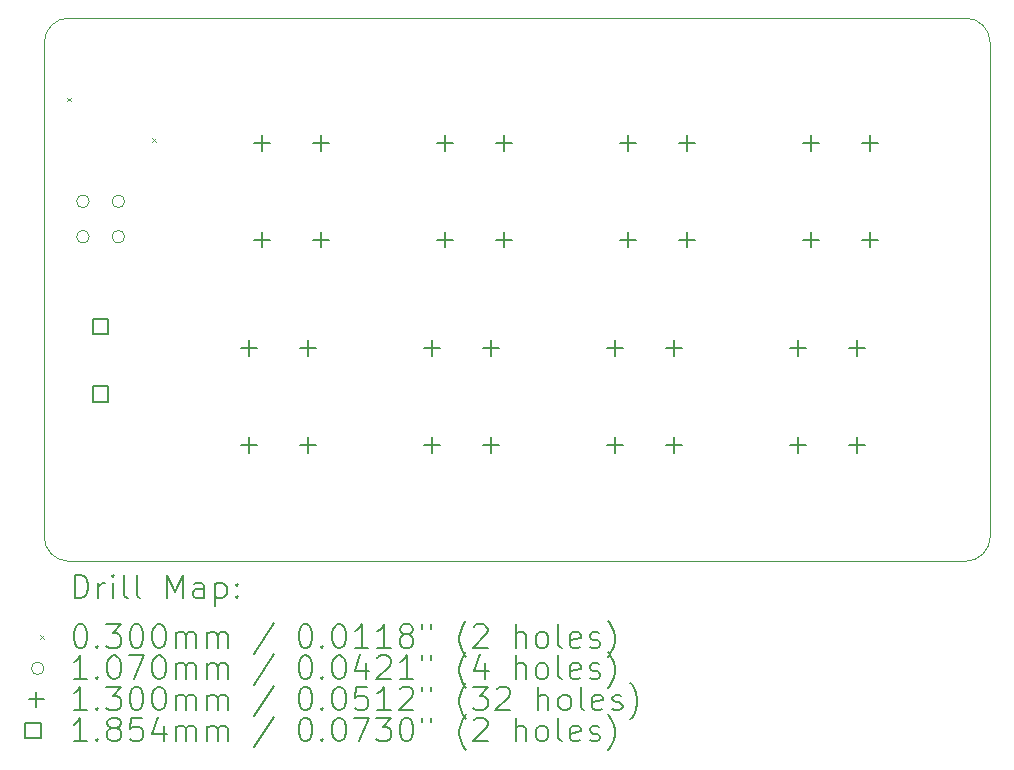
<source format=gbr>
%TF.GenerationSoftware,KiCad,Pcbnew,9.0.3*%
%TF.CreationDate,2025-08-14T10:35:20-07:00*%
%TF.ProjectId,PD Board,50442042-6f61-4726-942e-6b696361645f,rev?*%
%TF.SameCoordinates,Original*%
%TF.FileFunction,Drillmap*%
%TF.FilePolarity,Positive*%
%FSLAX45Y45*%
G04 Gerber Fmt 4.5, Leading zero omitted, Abs format (unit mm)*
G04 Created by KiCad (PCBNEW 9.0.3) date 2025-08-14 10:35:20*
%MOMM*%
%LPD*%
G01*
G04 APERTURE LIST*
%ADD10C,0.038100*%
%ADD11C,0.200000*%
%ADD12C,0.100000*%
%ADD13C,0.107000*%
%ADD14C,0.130000*%
%ADD15C,0.185420*%
G04 APERTURE END LIST*
D10*
X17000000Y-13690000D02*
G75*
G02*
X16790000Y-13900000I-210000J0D01*
G01*
X9200000Y-9300000D02*
X16790000Y-9300000D01*
X16790000Y-9300000D02*
G75*
G02*
X17000000Y-9510000I0J-210000D01*
G01*
X16790000Y-13900000D02*
X9200000Y-13900000D01*
X17000000Y-9510000D02*
X17000000Y-13690000D01*
X8990000Y-9510000D02*
G75*
G02*
X9200000Y-9300000I210000J0D01*
G01*
X8990000Y-13690000D02*
X8990000Y-9510000D01*
X9200000Y-13900000D02*
G75*
G02*
X8990000Y-13690000I0J210000D01*
G01*
D11*
D12*
X9184000Y-9976000D02*
X9214000Y-10006000D01*
X9214000Y-9976000D02*
X9184000Y-10006000D01*
X9907000Y-10319000D02*
X9937000Y-10349000D01*
X9937000Y-10319000D02*
X9907000Y-10349000D01*
D13*
X9371500Y-10852000D02*
G75*
G02*
X9264500Y-10852000I-53500J0D01*
G01*
X9264500Y-10852000D02*
G75*
G02*
X9371500Y-10852000I53500J0D01*
G01*
X9371500Y-11152000D02*
G75*
G02*
X9264500Y-11152000I-53500J0D01*
G01*
X9264500Y-11152000D02*
G75*
G02*
X9371500Y-11152000I53500J0D01*
G01*
X9671500Y-10852000D02*
G75*
G02*
X9564500Y-10852000I-53500J0D01*
G01*
X9564500Y-10852000D02*
G75*
G02*
X9671500Y-10852000I53500J0D01*
G01*
X9671500Y-11152000D02*
G75*
G02*
X9564500Y-11152000I-53500J0D01*
G01*
X9564500Y-11152000D02*
G75*
G02*
X9671500Y-11152000I53500J0D01*
G01*
D14*
X10723000Y-12030000D02*
X10723000Y-12160000D01*
X10658000Y-12095000D02*
X10788000Y-12095000D01*
X10723000Y-12850000D02*
X10723000Y-12980000D01*
X10658000Y-12915000D02*
X10788000Y-12915000D01*
X10833000Y-10293000D02*
X10833000Y-10423000D01*
X10768000Y-10358000D02*
X10898000Y-10358000D01*
X10833000Y-11113000D02*
X10833000Y-11243000D01*
X10768000Y-11178000D02*
X10898000Y-11178000D01*
X11223000Y-12030000D02*
X11223000Y-12160000D01*
X11158000Y-12095000D02*
X11288000Y-12095000D01*
X11223000Y-12850000D02*
X11223000Y-12980000D01*
X11158000Y-12915000D02*
X11288000Y-12915000D01*
X11333000Y-10293000D02*
X11333000Y-10423000D01*
X11268000Y-10358000D02*
X11398000Y-10358000D01*
X11333000Y-11113000D02*
X11333000Y-11243000D01*
X11268000Y-11178000D02*
X11398000Y-11178000D01*
X12273000Y-12030000D02*
X12273000Y-12160000D01*
X12208000Y-12095000D02*
X12338000Y-12095000D01*
X12273000Y-12850000D02*
X12273000Y-12980000D01*
X12208000Y-12915000D02*
X12338000Y-12915000D01*
X12383000Y-10293000D02*
X12383000Y-10423000D01*
X12318000Y-10358000D02*
X12448000Y-10358000D01*
X12383000Y-11113000D02*
X12383000Y-11243000D01*
X12318000Y-11178000D02*
X12448000Y-11178000D01*
X12773000Y-12030000D02*
X12773000Y-12160000D01*
X12708000Y-12095000D02*
X12838000Y-12095000D01*
X12773000Y-12850000D02*
X12773000Y-12980000D01*
X12708000Y-12915000D02*
X12838000Y-12915000D01*
X12883000Y-10293000D02*
X12883000Y-10423000D01*
X12818000Y-10358000D02*
X12948000Y-10358000D01*
X12883000Y-11113000D02*
X12883000Y-11243000D01*
X12818000Y-11178000D02*
X12948000Y-11178000D01*
X13823000Y-12030000D02*
X13823000Y-12160000D01*
X13758000Y-12095000D02*
X13888000Y-12095000D01*
X13823000Y-12850000D02*
X13823000Y-12980000D01*
X13758000Y-12915000D02*
X13888000Y-12915000D01*
X13933000Y-10293000D02*
X13933000Y-10423000D01*
X13868000Y-10358000D02*
X13998000Y-10358000D01*
X13933000Y-11113000D02*
X13933000Y-11243000D01*
X13868000Y-11178000D02*
X13998000Y-11178000D01*
X14323000Y-12030000D02*
X14323000Y-12160000D01*
X14258000Y-12095000D02*
X14388000Y-12095000D01*
X14323000Y-12850000D02*
X14323000Y-12980000D01*
X14258000Y-12915000D02*
X14388000Y-12915000D01*
X14433000Y-10293000D02*
X14433000Y-10423000D01*
X14368000Y-10358000D02*
X14498000Y-10358000D01*
X14433000Y-11113000D02*
X14433000Y-11243000D01*
X14368000Y-11178000D02*
X14498000Y-11178000D01*
X15373000Y-12030000D02*
X15373000Y-12160000D01*
X15308000Y-12095000D02*
X15438000Y-12095000D01*
X15373000Y-12850000D02*
X15373000Y-12980000D01*
X15308000Y-12915000D02*
X15438000Y-12915000D01*
X15483000Y-10293000D02*
X15483000Y-10423000D01*
X15418000Y-10358000D02*
X15548000Y-10358000D01*
X15483000Y-11113000D02*
X15483000Y-11243000D01*
X15418000Y-11178000D02*
X15548000Y-11178000D01*
X15873000Y-12030000D02*
X15873000Y-12160000D01*
X15808000Y-12095000D02*
X15938000Y-12095000D01*
X15873000Y-12850000D02*
X15873000Y-12980000D01*
X15808000Y-12915000D02*
X15938000Y-12915000D01*
X15983000Y-10293000D02*
X15983000Y-10423000D01*
X15918000Y-10358000D02*
X16048000Y-10358000D01*
X15983000Y-11113000D02*
X15983000Y-11243000D01*
X15918000Y-11178000D02*
X16048000Y-11178000D01*
D15*
X9534447Y-11977216D02*
X9534447Y-11846103D01*
X9403334Y-11846103D01*
X9403334Y-11977216D01*
X9534447Y-11977216D01*
X9534447Y-12547217D02*
X9534447Y-12416104D01*
X9403334Y-12416104D01*
X9403334Y-12547217D01*
X9534447Y-12547217D01*
D11*
X9248872Y-14213389D02*
X9248872Y-14013389D01*
X9248872Y-14013389D02*
X9296491Y-14013389D01*
X9296491Y-14013389D02*
X9325062Y-14022913D01*
X9325062Y-14022913D02*
X9344110Y-14041960D01*
X9344110Y-14041960D02*
X9353634Y-14061008D01*
X9353634Y-14061008D02*
X9363158Y-14099103D01*
X9363158Y-14099103D02*
X9363158Y-14127674D01*
X9363158Y-14127674D02*
X9353634Y-14165770D01*
X9353634Y-14165770D02*
X9344110Y-14184817D01*
X9344110Y-14184817D02*
X9325062Y-14203865D01*
X9325062Y-14203865D02*
X9296491Y-14213389D01*
X9296491Y-14213389D02*
X9248872Y-14213389D01*
X9448872Y-14213389D02*
X9448872Y-14080055D01*
X9448872Y-14118151D02*
X9458396Y-14099103D01*
X9458396Y-14099103D02*
X9467919Y-14089579D01*
X9467919Y-14089579D02*
X9486967Y-14080055D01*
X9486967Y-14080055D02*
X9506015Y-14080055D01*
X9572681Y-14213389D02*
X9572681Y-14080055D01*
X9572681Y-14013389D02*
X9563158Y-14022913D01*
X9563158Y-14022913D02*
X9572681Y-14032436D01*
X9572681Y-14032436D02*
X9582205Y-14022913D01*
X9582205Y-14022913D02*
X9572681Y-14013389D01*
X9572681Y-14013389D02*
X9572681Y-14032436D01*
X9696491Y-14213389D02*
X9677443Y-14203865D01*
X9677443Y-14203865D02*
X9667919Y-14184817D01*
X9667919Y-14184817D02*
X9667919Y-14013389D01*
X9801253Y-14213389D02*
X9782205Y-14203865D01*
X9782205Y-14203865D02*
X9772681Y-14184817D01*
X9772681Y-14184817D02*
X9772681Y-14013389D01*
X10029824Y-14213389D02*
X10029824Y-14013389D01*
X10029824Y-14013389D02*
X10096491Y-14156246D01*
X10096491Y-14156246D02*
X10163158Y-14013389D01*
X10163158Y-14013389D02*
X10163158Y-14213389D01*
X10344110Y-14213389D02*
X10344110Y-14108627D01*
X10344110Y-14108627D02*
X10334586Y-14089579D01*
X10334586Y-14089579D02*
X10315539Y-14080055D01*
X10315539Y-14080055D02*
X10277443Y-14080055D01*
X10277443Y-14080055D02*
X10258396Y-14089579D01*
X10344110Y-14203865D02*
X10325062Y-14213389D01*
X10325062Y-14213389D02*
X10277443Y-14213389D01*
X10277443Y-14213389D02*
X10258396Y-14203865D01*
X10258396Y-14203865D02*
X10248872Y-14184817D01*
X10248872Y-14184817D02*
X10248872Y-14165770D01*
X10248872Y-14165770D02*
X10258396Y-14146722D01*
X10258396Y-14146722D02*
X10277443Y-14137198D01*
X10277443Y-14137198D02*
X10325062Y-14137198D01*
X10325062Y-14137198D02*
X10344110Y-14127674D01*
X10439348Y-14080055D02*
X10439348Y-14280055D01*
X10439348Y-14089579D02*
X10458396Y-14080055D01*
X10458396Y-14080055D02*
X10496491Y-14080055D01*
X10496491Y-14080055D02*
X10515539Y-14089579D01*
X10515539Y-14089579D02*
X10525062Y-14099103D01*
X10525062Y-14099103D02*
X10534586Y-14118151D01*
X10534586Y-14118151D02*
X10534586Y-14175293D01*
X10534586Y-14175293D02*
X10525062Y-14194341D01*
X10525062Y-14194341D02*
X10515539Y-14203865D01*
X10515539Y-14203865D02*
X10496491Y-14213389D01*
X10496491Y-14213389D02*
X10458396Y-14213389D01*
X10458396Y-14213389D02*
X10439348Y-14203865D01*
X10620300Y-14194341D02*
X10629824Y-14203865D01*
X10629824Y-14203865D02*
X10620300Y-14213389D01*
X10620300Y-14213389D02*
X10610777Y-14203865D01*
X10610777Y-14203865D02*
X10620300Y-14194341D01*
X10620300Y-14194341D02*
X10620300Y-14213389D01*
X10620300Y-14089579D02*
X10629824Y-14099103D01*
X10629824Y-14099103D02*
X10620300Y-14108627D01*
X10620300Y-14108627D02*
X10610777Y-14099103D01*
X10610777Y-14099103D02*
X10620300Y-14089579D01*
X10620300Y-14089579D02*
X10620300Y-14108627D01*
D12*
X8958095Y-14526905D02*
X8988095Y-14556905D01*
X8988095Y-14526905D02*
X8958095Y-14556905D01*
D11*
X9286967Y-14433389D02*
X9306015Y-14433389D01*
X9306015Y-14433389D02*
X9325062Y-14442913D01*
X9325062Y-14442913D02*
X9334586Y-14452436D01*
X9334586Y-14452436D02*
X9344110Y-14471484D01*
X9344110Y-14471484D02*
X9353634Y-14509579D01*
X9353634Y-14509579D02*
X9353634Y-14557198D01*
X9353634Y-14557198D02*
X9344110Y-14595293D01*
X9344110Y-14595293D02*
X9334586Y-14614341D01*
X9334586Y-14614341D02*
X9325062Y-14623865D01*
X9325062Y-14623865D02*
X9306015Y-14633389D01*
X9306015Y-14633389D02*
X9286967Y-14633389D01*
X9286967Y-14633389D02*
X9267919Y-14623865D01*
X9267919Y-14623865D02*
X9258396Y-14614341D01*
X9258396Y-14614341D02*
X9248872Y-14595293D01*
X9248872Y-14595293D02*
X9239348Y-14557198D01*
X9239348Y-14557198D02*
X9239348Y-14509579D01*
X9239348Y-14509579D02*
X9248872Y-14471484D01*
X9248872Y-14471484D02*
X9258396Y-14452436D01*
X9258396Y-14452436D02*
X9267919Y-14442913D01*
X9267919Y-14442913D02*
X9286967Y-14433389D01*
X9439348Y-14614341D02*
X9448872Y-14623865D01*
X9448872Y-14623865D02*
X9439348Y-14633389D01*
X9439348Y-14633389D02*
X9429824Y-14623865D01*
X9429824Y-14623865D02*
X9439348Y-14614341D01*
X9439348Y-14614341D02*
X9439348Y-14633389D01*
X9515539Y-14433389D02*
X9639348Y-14433389D01*
X9639348Y-14433389D02*
X9572681Y-14509579D01*
X9572681Y-14509579D02*
X9601253Y-14509579D01*
X9601253Y-14509579D02*
X9620300Y-14519103D01*
X9620300Y-14519103D02*
X9629824Y-14528627D01*
X9629824Y-14528627D02*
X9639348Y-14547674D01*
X9639348Y-14547674D02*
X9639348Y-14595293D01*
X9639348Y-14595293D02*
X9629824Y-14614341D01*
X9629824Y-14614341D02*
X9620300Y-14623865D01*
X9620300Y-14623865D02*
X9601253Y-14633389D01*
X9601253Y-14633389D02*
X9544110Y-14633389D01*
X9544110Y-14633389D02*
X9525062Y-14623865D01*
X9525062Y-14623865D02*
X9515539Y-14614341D01*
X9763158Y-14433389D02*
X9782205Y-14433389D01*
X9782205Y-14433389D02*
X9801253Y-14442913D01*
X9801253Y-14442913D02*
X9810777Y-14452436D01*
X9810777Y-14452436D02*
X9820300Y-14471484D01*
X9820300Y-14471484D02*
X9829824Y-14509579D01*
X9829824Y-14509579D02*
X9829824Y-14557198D01*
X9829824Y-14557198D02*
X9820300Y-14595293D01*
X9820300Y-14595293D02*
X9810777Y-14614341D01*
X9810777Y-14614341D02*
X9801253Y-14623865D01*
X9801253Y-14623865D02*
X9782205Y-14633389D01*
X9782205Y-14633389D02*
X9763158Y-14633389D01*
X9763158Y-14633389D02*
X9744110Y-14623865D01*
X9744110Y-14623865D02*
X9734586Y-14614341D01*
X9734586Y-14614341D02*
X9725062Y-14595293D01*
X9725062Y-14595293D02*
X9715539Y-14557198D01*
X9715539Y-14557198D02*
X9715539Y-14509579D01*
X9715539Y-14509579D02*
X9725062Y-14471484D01*
X9725062Y-14471484D02*
X9734586Y-14452436D01*
X9734586Y-14452436D02*
X9744110Y-14442913D01*
X9744110Y-14442913D02*
X9763158Y-14433389D01*
X9953634Y-14433389D02*
X9972681Y-14433389D01*
X9972681Y-14433389D02*
X9991729Y-14442913D01*
X9991729Y-14442913D02*
X10001253Y-14452436D01*
X10001253Y-14452436D02*
X10010777Y-14471484D01*
X10010777Y-14471484D02*
X10020300Y-14509579D01*
X10020300Y-14509579D02*
X10020300Y-14557198D01*
X10020300Y-14557198D02*
X10010777Y-14595293D01*
X10010777Y-14595293D02*
X10001253Y-14614341D01*
X10001253Y-14614341D02*
X9991729Y-14623865D01*
X9991729Y-14623865D02*
X9972681Y-14633389D01*
X9972681Y-14633389D02*
X9953634Y-14633389D01*
X9953634Y-14633389D02*
X9934586Y-14623865D01*
X9934586Y-14623865D02*
X9925062Y-14614341D01*
X9925062Y-14614341D02*
X9915539Y-14595293D01*
X9915539Y-14595293D02*
X9906015Y-14557198D01*
X9906015Y-14557198D02*
X9906015Y-14509579D01*
X9906015Y-14509579D02*
X9915539Y-14471484D01*
X9915539Y-14471484D02*
X9925062Y-14452436D01*
X9925062Y-14452436D02*
X9934586Y-14442913D01*
X9934586Y-14442913D02*
X9953634Y-14433389D01*
X10106015Y-14633389D02*
X10106015Y-14500055D01*
X10106015Y-14519103D02*
X10115539Y-14509579D01*
X10115539Y-14509579D02*
X10134586Y-14500055D01*
X10134586Y-14500055D02*
X10163158Y-14500055D01*
X10163158Y-14500055D02*
X10182205Y-14509579D01*
X10182205Y-14509579D02*
X10191729Y-14528627D01*
X10191729Y-14528627D02*
X10191729Y-14633389D01*
X10191729Y-14528627D02*
X10201253Y-14509579D01*
X10201253Y-14509579D02*
X10220300Y-14500055D01*
X10220300Y-14500055D02*
X10248872Y-14500055D01*
X10248872Y-14500055D02*
X10267920Y-14509579D01*
X10267920Y-14509579D02*
X10277443Y-14528627D01*
X10277443Y-14528627D02*
X10277443Y-14633389D01*
X10372681Y-14633389D02*
X10372681Y-14500055D01*
X10372681Y-14519103D02*
X10382205Y-14509579D01*
X10382205Y-14509579D02*
X10401253Y-14500055D01*
X10401253Y-14500055D02*
X10429824Y-14500055D01*
X10429824Y-14500055D02*
X10448872Y-14509579D01*
X10448872Y-14509579D02*
X10458396Y-14528627D01*
X10458396Y-14528627D02*
X10458396Y-14633389D01*
X10458396Y-14528627D02*
X10467920Y-14509579D01*
X10467920Y-14509579D02*
X10486967Y-14500055D01*
X10486967Y-14500055D02*
X10515539Y-14500055D01*
X10515539Y-14500055D02*
X10534586Y-14509579D01*
X10534586Y-14509579D02*
X10544110Y-14528627D01*
X10544110Y-14528627D02*
X10544110Y-14633389D01*
X10934586Y-14423865D02*
X10763158Y-14681008D01*
X11191729Y-14433389D02*
X11210777Y-14433389D01*
X11210777Y-14433389D02*
X11229824Y-14442913D01*
X11229824Y-14442913D02*
X11239348Y-14452436D01*
X11239348Y-14452436D02*
X11248872Y-14471484D01*
X11248872Y-14471484D02*
X11258396Y-14509579D01*
X11258396Y-14509579D02*
X11258396Y-14557198D01*
X11258396Y-14557198D02*
X11248872Y-14595293D01*
X11248872Y-14595293D02*
X11239348Y-14614341D01*
X11239348Y-14614341D02*
X11229824Y-14623865D01*
X11229824Y-14623865D02*
X11210777Y-14633389D01*
X11210777Y-14633389D02*
X11191729Y-14633389D01*
X11191729Y-14633389D02*
X11172682Y-14623865D01*
X11172682Y-14623865D02*
X11163158Y-14614341D01*
X11163158Y-14614341D02*
X11153634Y-14595293D01*
X11153634Y-14595293D02*
X11144110Y-14557198D01*
X11144110Y-14557198D02*
X11144110Y-14509579D01*
X11144110Y-14509579D02*
X11153634Y-14471484D01*
X11153634Y-14471484D02*
X11163158Y-14452436D01*
X11163158Y-14452436D02*
X11172682Y-14442913D01*
X11172682Y-14442913D02*
X11191729Y-14433389D01*
X11344110Y-14614341D02*
X11353634Y-14623865D01*
X11353634Y-14623865D02*
X11344110Y-14633389D01*
X11344110Y-14633389D02*
X11334586Y-14623865D01*
X11334586Y-14623865D02*
X11344110Y-14614341D01*
X11344110Y-14614341D02*
X11344110Y-14633389D01*
X11477443Y-14433389D02*
X11496491Y-14433389D01*
X11496491Y-14433389D02*
X11515539Y-14442913D01*
X11515539Y-14442913D02*
X11525062Y-14452436D01*
X11525062Y-14452436D02*
X11534586Y-14471484D01*
X11534586Y-14471484D02*
X11544110Y-14509579D01*
X11544110Y-14509579D02*
X11544110Y-14557198D01*
X11544110Y-14557198D02*
X11534586Y-14595293D01*
X11534586Y-14595293D02*
X11525062Y-14614341D01*
X11525062Y-14614341D02*
X11515539Y-14623865D01*
X11515539Y-14623865D02*
X11496491Y-14633389D01*
X11496491Y-14633389D02*
X11477443Y-14633389D01*
X11477443Y-14633389D02*
X11458396Y-14623865D01*
X11458396Y-14623865D02*
X11448872Y-14614341D01*
X11448872Y-14614341D02*
X11439348Y-14595293D01*
X11439348Y-14595293D02*
X11429824Y-14557198D01*
X11429824Y-14557198D02*
X11429824Y-14509579D01*
X11429824Y-14509579D02*
X11439348Y-14471484D01*
X11439348Y-14471484D02*
X11448872Y-14452436D01*
X11448872Y-14452436D02*
X11458396Y-14442913D01*
X11458396Y-14442913D02*
X11477443Y-14433389D01*
X11734586Y-14633389D02*
X11620301Y-14633389D01*
X11677443Y-14633389D02*
X11677443Y-14433389D01*
X11677443Y-14433389D02*
X11658396Y-14461960D01*
X11658396Y-14461960D02*
X11639348Y-14481008D01*
X11639348Y-14481008D02*
X11620301Y-14490532D01*
X11925062Y-14633389D02*
X11810777Y-14633389D01*
X11867920Y-14633389D02*
X11867920Y-14433389D01*
X11867920Y-14433389D02*
X11848872Y-14461960D01*
X11848872Y-14461960D02*
X11829824Y-14481008D01*
X11829824Y-14481008D02*
X11810777Y-14490532D01*
X12039348Y-14519103D02*
X12020301Y-14509579D01*
X12020301Y-14509579D02*
X12010777Y-14500055D01*
X12010777Y-14500055D02*
X12001253Y-14481008D01*
X12001253Y-14481008D02*
X12001253Y-14471484D01*
X12001253Y-14471484D02*
X12010777Y-14452436D01*
X12010777Y-14452436D02*
X12020301Y-14442913D01*
X12020301Y-14442913D02*
X12039348Y-14433389D01*
X12039348Y-14433389D02*
X12077443Y-14433389D01*
X12077443Y-14433389D02*
X12096491Y-14442913D01*
X12096491Y-14442913D02*
X12106015Y-14452436D01*
X12106015Y-14452436D02*
X12115539Y-14471484D01*
X12115539Y-14471484D02*
X12115539Y-14481008D01*
X12115539Y-14481008D02*
X12106015Y-14500055D01*
X12106015Y-14500055D02*
X12096491Y-14509579D01*
X12096491Y-14509579D02*
X12077443Y-14519103D01*
X12077443Y-14519103D02*
X12039348Y-14519103D01*
X12039348Y-14519103D02*
X12020301Y-14528627D01*
X12020301Y-14528627D02*
X12010777Y-14538151D01*
X12010777Y-14538151D02*
X12001253Y-14557198D01*
X12001253Y-14557198D02*
X12001253Y-14595293D01*
X12001253Y-14595293D02*
X12010777Y-14614341D01*
X12010777Y-14614341D02*
X12020301Y-14623865D01*
X12020301Y-14623865D02*
X12039348Y-14633389D01*
X12039348Y-14633389D02*
X12077443Y-14633389D01*
X12077443Y-14633389D02*
X12096491Y-14623865D01*
X12096491Y-14623865D02*
X12106015Y-14614341D01*
X12106015Y-14614341D02*
X12115539Y-14595293D01*
X12115539Y-14595293D02*
X12115539Y-14557198D01*
X12115539Y-14557198D02*
X12106015Y-14538151D01*
X12106015Y-14538151D02*
X12096491Y-14528627D01*
X12096491Y-14528627D02*
X12077443Y-14519103D01*
X12191729Y-14433389D02*
X12191729Y-14471484D01*
X12267920Y-14433389D02*
X12267920Y-14471484D01*
X12563158Y-14709579D02*
X12553634Y-14700055D01*
X12553634Y-14700055D02*
X12534586Y-14671484D01*
X12534586Y-14671484D02*
X12525063Y-14652436D01*
X12525063Y-14652436D02*
X12515539Y-14623865D01*
X12515539Y-14623865D02*
X12506015Y-14576246D01*
X12506015Y-14576246D02*
X12506015Y-14538151D01*
X12506015Y-14538151D02*
X12515539Y-14490532D01*
X12515539Y-14490532D02*
X12525063Y-14461960D01*
X12525063Y-14461960D02*
X12534586Y-14442913D01*
X12534586Y-14442913D02*
X12553634Y-14414341D01*
X12553634Y-14414341D02*
X12563158Y-14404817D01*
X12629824Y-14452436D02*
X12639348Y-14442913D01*
X12639348Y-14442913D02*
X12658396Y-14433389D01*
X12658396Y-14433389D02*
X12706015Y-14433389D01*
X12706015Y-14433389D02*
X12725063Y-14442913D01*
X12725063Y-14442913D02*
X12734586Y-14452436D01*
X12734586Y-14452436D02*
X12744110Y-14471484D01*
X12744110Y-14471484D02*
X12744110Y-14490532D01*
X12744110Y-14490532D02*
X12734586Y-14519103D01*
X12734586Y-14519103D02*
X12620301Y-14633389D01*
X12620301Y-14633389D02*
X12744110Y-14633389D01*
X12982205Y-14633389D02*
X12982205Y-14433389D01*
X13067920Y-14633389D02*
X13067920Y-14528627D01*
X13067920Y-14528627D02*
X13058396Y-14509579D01*
X13058396Y-14509579D02*
X13039348Y-14500055D01*
X13039348Y-14500055D02*
X13010777Y-14500055D01*
X13010777Y-14500055D02*
X12991729Y-14509579D01*
X12991729Y-14509579D02*
X12982205Y-14519103D01*
X13191729Y-14633389D02*
X13172682Y-14623865D01*
X13172682Y-14623865D02*
X13163158Y-14614341D01*
X13163158Y-14614341D02*
X13153634Y-14595293D01*
X13153634Y-14595293D02*
X13153634Y-14538151D01*
X13153634Y-14538151D02*
X13163158Y-14519103D01*
X13163158Y-14519103D02*
X13172682Y-14509579D01*
X13172682Y-14509579D02*
X13191729Y-14500055D01*
X13191729Y-14500055D02*
X13220301Y-14500055D01*
X13220301Y-14500055D02*
X13239348Y-14509579D01*
X13239348Y-14509579D02*
X13248872Y-14519103D01*
X13248872Y-14519103D02*
X13258396Y-14538151D01*
X13258396Y-14538151D02*
X13258396Y-14595293D01*
X13258396Y-14595293D02*
X13248872Y-14614341D01*
X13248872Y-14614341D02*
X13239348Y-14623865D01*
X13239348Y-14623865D02*
X13220301Y-14633389D01*
X13220301Y-14633389D02*
X13191729Y-14633389D01*
X13372682Y-14633389D02*
X13353634Y-14623865D01*
X13353634Y-14623865D02*
X13344110Y-14604817D01*
X13344110Y-14604817D02*
X13344110Y-14433389D01*
X13525063Y-14623865D02*
X13506015Y-14633389D01*
X13506015Y-14633389D02*
X13467920Y-14633389D01*
X13467920Y-14633389D02*
X13448872Y-14623865D01*
X13448872Y-14623865D02*
X13439348Y-14604817D01*
X13439348Y-14604817D02*
X13439348Y-14528627D01*
X13439348Y-14528627D02*
X13448872Y-14509579D01*
X13448872Y-14509579D02*
X13467920Y-14500055D01*
X13467920Y-14500055D02*
X13506015Y-14500055D01*
X13506015Y-14500055D02*
X13525063Y-14509579D01*
X13525063Y-14509579D02*
X13534586Y-14528627D01*
X13534586Y-14528627D02*
X13534586Y-14547674D01*
X13534586Y-14547674D02*
X13439348Y-14566722D01*
X13610777Y-14623865D02*
X13629825Y-14633389D01*
X13629825Y-14633389D02*
X13667920Y-14633389D01*
X13667920Y-14633389D02*
X13686967Y-14623865D01*
X13686967Y-14623865D02*
X13696491Y-14604817D01*
X13696491Y-14604817D02*
X13696491Y-14595293D01*
X13696491Y-14595293D02*
X13686967Y-14576246D01*
X13686967Y-14576246D02*
X13667920Y-14566722D01*
X13667920Y-14566722D02*
X13639348Y-14566722D01*
X13639348Y-14566722D02*
X13620301Y-14557198D01*
X13620301Y-14557198D02*
X13610777Y-14538151D01*
X13610777Y-14538151D02*
X13610777Y-14528627D01*
X13610777Y-14528627D02*
X13620301Y-14509579D01*
X13620301Y-14509579D02*
X13639348Y-14500055D01*
X13639348Y-14500055D02*
X13667920Y-14500055D01*
X13667920Y-14500055D02*
X13686967Y-14509579D01*
X13763158Y-14709579D02*
X13772682Y-14700055D01*
X13772682Y-14700055D02*
X13791729Y-14671484D01*
X13791729Y-14671484D02*
X13801253Y-14652436D01*
X13801253Y-14652436D02*
X13810777Y-14623865D01*
X13810777Y-14623865D02*
X13820301Y-14576246D01*
X13820301Y-14576246D02*
X13820301Y-14538151D01*
X13820301Y-14538151D02*
X13810777Y-14490532D01*
X13810777Y-14490532D02*
X13801253Y-14461960D01*
X13801253Y-14461960D02*
X13791729Y-14442913D01*
X13791729Y-14442913D02*
X13772682Y-14414341D01*
X13772682Y-14414341D02*
X13763158Y-14404817D01*
D13*
X8988095Y-14805905D02*
G75*
G02*
X8881095Y-14805905I-53500J0D01*
G01*
X8881095Y-14805905D02*
G75*
G02*
X8988095Y-14805905I53500J0D01*
G01*
D11*
X9353634Y-14897389D02*
X9239348Y-14897389D01*
X9296491Y-14897389D02*
X9296491Y-14697389D01*
X9296491Y-14697389D02*
X9277443Y-14725960D01*
X9277443Y-14725960D02*
X9258396Y-14745008D01*
X9258396Y-14745008D02*
X9239348Y-14754532D01*
X9439348Y-14878341D02*
X9448872Y-14887865D01*
X9448872Y-14887865D02*
X9439348Y-14897389D01*
X9439348Y-14897389D02*
X9429824Y-14887865D01*
X9429824Y-14887865D02*
X9439348Y-14878341D01*
X9439348Y-14878341D02*
X9439348Y-14897389D01*
X9572681Y-14697389D02*
X9591729Y-14697389D01*
X9591729Y-14697389D02*
X9610777Y-14706913D01*
X9610777Y-14706913D02*
X9620300Y-14716436D01*
X9620300Y-14716436D02*
X9629824Y-14735484D01*
X9629824Y-14735484D02*
X9639348Y-14773579D01*
X9639348Y-14773579D02*
X9639348Y-14821198D01*
X9639348Y-14821198D02*
X9629824Y-14859293D01*
X9629824Y-14859293D02*
X9620300Y-14878341D01*
X9620300Y-14878341D02*
X9610777Y-14887865D01*
X9610777Y-14887865D02*
X9591729Y-14897389D01*
X9591729Y-14897389D02*
X9572681Y-14897389D01*
X9572681Y-14897389D02*
X9553634Y-14887865D01*
X9553634Y-14887865D02*
X9544110Y-14878341D01*
X9544110Y-14878341D02*
X9534586Y-14859293D01*
X9534586Y-14859293D02*
X9525062Y-14821198D01*
X9525062Y-14821198D02*
X9525062Y-14773579D01*
X9525062Y-14773579D02*
X9534586Y-14735484D01*
X9534586Y-14735484D02*
X9544110Y-14716436D01*
X9544110Y-14716436D02*
X9553634Y-14706913D01*
X9553634Y-14706913D02*
X9572681Y-14697389D01*
X9706015Y-14697389D02*
X9839348Y-14697389D01*
X9839348Y-14697389D02*
X9753634Y-14897389D01*
X9953634Y-14697389D02*
X9972681Y-14697389D01*
X9972681Y-14697389D02*
X9991729Y-14706913D01*
X9991729Y-14706913D02*
X10001253Y-14716436D01*
X10001253Y-14716436D02*
X10010777Y-14735484D01*
X10010777Y-14735484D02*
X10020300Y-14773579D01*
X10020300Y-14773579D02*
X10020300Y-14821198D01*
X10020300Y-14821198D02*
X10010777Y-14859293D01*
X10010777Y-14859293D02*
X10001253Y-14878341D01*
X10001253Y-14878341D02*
X9991729Y-14887865D01*
X9991729Y-14887865D02*
X9972681Y-14897389D01*
X9972681Y-14897389D02*
X9953634Y-14897389D01*
X9953634Y-14897389D02*
X9934586Y-14887865D01*
X9934586Y-14887865D02*
X9925062Y-14878341D01*
X9925062Y-14878341D02*
X9915539Y-14859293D01*
X9915539Y-14859293D02*
X9906015Y-14821198D01*
X9906015Y-14821198D02*
X9906015Y-14773579D01*
X9906015Y-14773579D02*
X9915539Y-14735484D01*
X9915539Y-14735484D02*
X9925062Y-14716436D01*
X9925062Y-14716436D02*
X9934586Y-14706913D01*
X9934586Y-14706913D02*
X9953634Y-14697389D01*
X10106015Y-14897389D02*
X10106015Y-14764055D01*
X10106015Y-14783103D02*
X10115539Y-14773579D01*
X10115539Y-14773579D02*
X10134586Y-14764055D01*
X10134586Y-14764055D02*
X10163158Y-14764055D01*
X10163158Y-14764055D02*
X10182205Y-14773579D01*
X10182205Y-14773579D02*
X10191729Y-14792627D01*
X10191729Y-14792627D02*
X10191729Y-14897389D01*
X10191729Y-14792627D02*
X10201253Y-14773579D01*
X10201253Y-14773579D02*
X10220300Y-14764055D01*
X10220300Y-14764055D02*
X10248872Y-14764055D01*
X10248872Y-14764055D02*
X10267920Y-14773579D01*
X10267920Y-14773579D02*
X10277443Y-14792627D01*
X10277443Y-14792627D02*
X10277443Y-14897389D01*
X10372681Y-14897389D02*
X10372681Y-14764055D01*
X10372681Y-14783103D02*
X10382205Y-14773579D01*
X10382205Y-14773579D02*
X10401253Y-14764055D01*
X10401253Y-14764055D02*
X10429824Y-14764055D01*
X10429824Y-14764055D02*
X10448872Y-14773579D01*
X10448872Y-14773579D02*
X10458396Y-14792627D01*
X10458396Y-14792627D02*
X10458396Y-14897389D01*
X10458396Y-14792627D02*
X10467920Y-14773579D01*
X10467920Y-14773579D02*
X10486967Y-14764055D01*
X10486967Y-14764055D02*
X10515539Y-14764055D01*
X10515539Y-14764055D02*
X10534586Y-14773579D01*
X10534586Y-14773579D02*
X10544110Y-14792627D01*
X10544110Y-14792627D02*
X10544110Y-14897389D01*
X10934586Y-14687865D02*
X10763158Y-14945008D01*
X11191729Y-14697389D02*
X11210777Y-14697389D01*
X11210777Y-14697389D02*
X11229824Y-14706913D01*
X11229824Y-14706913D02*
X11239348Y-14716436D01*
X11239348Y-14716436D02*
X11248872Y-14735484D01*
X11248872Y-14735484D02*
X11258396Y-14773579D01*
X11258396Y-14773579D02*
X11258396Y-14821198D01*
X11258396Y-14821198D02*
X11248872Y-14859293D01*
X11248872Y-14859293D02*
X11239348Y-14878341D01*
X11239348Y-14878341D02*
X11229824Y-14887865D01*
X11229824Y-14887865D02*
X11210777Y-14897389D01*
X11210777Y-14897389D02*
X11191729Y-14897389D01*
X11191729Y-14897389D02*
X11172682Y-14887865D01*
X11172682Y-14887865D02*
X11163158Y-14878341D01*
X11163158Y-14878341D02*
X11153634Y-14859293D01*
X11153634Y-14859293D02*
X11144110Y-14821198D01*
X11144110Y-14821198D02*
X11144110Y-14773579D01*
X11144110Y-14773579D02*
X11153634Y-14735484D01*
X11153634Y-14735484D02*
X11163158Y-14716436D01*
X11163158Y-14716436D02*
X11172682Y-14706913D01*
X11172682Y-14706913D02*
X11191729Y-14697389D01*
X11344110Y-14878341D02*
X11353634Y-14887865D01*
X11353634Y-14887865D02*
X11344110Y-14897389D01*
X11344110Y-14897389D02*
X11334586Y-14887865D01*
X11334586Y-14887865D02*
X11344110Y-14878341D01*
X11344110Y-14878341D02*
X11344110Y-14897389D01*
X11477443Y-14697389D02*
X11496491Y-14697389D01*
X11496491Y-14697389D02*
X11515539Y-14706913D01*
X11515539Y-14706913D02*
X11525062Y-14716436D01*
X11525062Y-14716436D02*
X11534586Y-14735484D01*
X11534586Y-14735484D02*
X11544110Y-14773579D01*
X11544110Y-14773579D02*
X11544110Y-14821198D01*
X11544110Y-14821198D02*
X11534586Y-14859293D01*
X11534586Y-14859293D02*
X11525062Y-14878341D01*
X11525062Y-14878341D02*
X11515539Y-14887865D01*
X11515539Y-14887865D02*
X11496491Y-14897389D01*
X11496491Y-14897389D02*
X11477443Y-14897389D01*
X11477443Y-14897389D02*
X11458396Y-14887865D01*
X11458396Y-14887865D02*
X11448872Y-14878341D01*
X11448872Y-14878341D02*
X11439348Y-14859293D01*
X11439348Y-14859293D02*
X11429824Y-14821198D01*
X11429824Y-14821198D02*
X11429824Y-14773579D01*
X11429824Y-14773579D02*
X11439348Y-14735484D01*
X11439348Y-14735484D02*
X11448872Y-14716436D01*
X11448872Y-14716436D02*
X11458396Y-14706913D01*
X11458396Y-14706913D02*
X11477443Y-14697389D01*
X11715539Y-14764055D02*
X11715539Y-14897389D01*
X11667920Y-14687865D02*
X11620301Y-14830722D01*
X11620301Y-14830722D02*
X11744110Y-14830722D01*
X11810777Y-14716436D02*
X11820301Y-14706913D01*
X11820301Y-14706913D02*
X11839348Y-14697389D01*
X11839348Y-14697389D02*
X11886967Y-14697389D01*
X11886967Y-14697389D02*
X11906015Y-14706913D01*
X11906015Y-14706913D02*
X11915539Y-14716436D01*
X11915539Y-14716436D02*
X11925062Y-14735484D01*
X11925062Y-14735484D02*
X11925062Y-14754532D01*
X11925062Y-14754532D02*
X11915539Y-14783103D01*
X11915539Y-14783103D02*
X11801253Y-14897389D01*
X11801253Y-14897389D02*
X11925062Y-14897389D01*
X12115539Y-14897389D02*
X12001253Y-14897389D01*
X12058396Y-14897389D02*
X12058396Y-14697389D01*
X12058396Y-14697389D02*
X12039348Y-14725960D01*
X12039348Y-14725960D02*
X12020301Y-14745008D01*
X12020301Y-14745008D02*
X12001253Y-14754532D01*
X12191729Y-14697389D02*
X12191729Y-14735484D01*
X12267920Y-14697389D02*
X12267920Y-14735484D01*
X12563158Y-14973579D02*
X12553634Y-14964055D01*
X12553634Y-14964055D02*
X12534586Y-14935484D01*
X12534586Y-14935484D02*
X12525063Y-14916436D01*
X12525063Y-14916436D02*
X12515539Y-14887865D01*
X12515539Y-14887865D02*
X12506015Y-14840246D01*
X12506015Y-14840246D02*
X12506015Y-14802151D01*
X12506015Y-14802151D02*
X12515539Y-14754532D01*
X12515539Y-14754532D02*
X12525063Y-14725960D01*
X12525063Y-14725960D02*
X12534586Y-14706913D01*
X12534586Y-14706913D02*
X12553634Y-14678341D01*
X12553634Y-14678341D02*
X12563158Y-14668817D01*
X12725063Y-14764055D02*
X12725063Y-14897389D01*
X12677443Y-14687865D02*
X12629824Y-14830722D01*
X12629824Y-14830722D02*
X12753634Y-14830722D01*
X12982205Y-14897389D02*
X12982205Y-14697389D01*
X13067920Y-14897389D02*
X13067920Y-14792627D01*
X13067920Y-14792627D02*
X13058396Y-14773579D01*
X13058396Y-14773579D02*
X13039348Y-14764055D01*
X13039348Y-14764055D02*
X13010777Y-14764055D01*
X13010777Y-14764055D02*
X12991729Y-14773579D01*
X12991729Y-14773579D02*
X12982205Y-14783103D01*
X13191729Y-14897389D02*
X13172682Y-14887865D01*
X13172682Y-14887865D02*
X13163158Y-14878341D01*
X13163158Y-14878341D02*
X13153634Y-14859293D01*
X13153634Y-14859293D02*
X13153634Y-14802151D01*
X13153634Y-14802151D02*
X13163158Y-14783103D01*
X13163158Y-14783103D02*
X13172682Y-14773579D01*
X13172682Y-14773579D02*
X13191729Y-14764055D01*
X13191729Y-14764055D02*
X13220301Y-14764055D01*
X13220301Y-14764055D02*
X13239348Y-14773579D01*
X13239348Y-14773579D02*
X13248872Y-14783103D01*
X13248872Y-14783103D02*
X13258396Y-14802151D01*
X13258396Y-14802151D02*
X13258396Y-14859293D01*
X13258396Y-14859293D02*
X13248872Y-14878341D01*
X13248872Y-14878341D02*
X13239348Y-14887865D01*
X13239348Y-14887865D02*
X13220301Y-14897389D01*
X13220301Y-14897389D02*
X13191729Y-14897389D01*
X13372682Y-14897389D02*
X13353634Y-14887865D01*
X13353634Y-14887865D02*
X13344110Y-14868817D01*
X13344110Y-14868817D02*
X13344110Y-14697389D01*
X13525063Y-14887865D02*
X13506015Y-14897389D01*
X13506015Y-14897389D02*
X13467920Y-14897389D01*
X13467920Y-14897389D02*
X13448872Y-14887865D01*
X13448872Y-14887865D02*
X13439348Y-14868817D01*
X13439348Y-14868817D02*
X13439348Y-14792627D01*
X13439348Y-14792627D02*
X13448872Y-14773579D01*
X13448872Y-14773579D02*
X13467920Y-14764055D01*
X13467920Y-14764055D02*
X13506015Y-14764055D01*
X13506015Y-14764055D02*
X13525063Y-14773579D01*
X13525063Y-14773579D02*
X13534586Y-14792627D01*
X13534586Y-14792627D02*
X13534586Y-14811674D01*
X13534586Y-14811674D02*
X13439348Y-14830722D01*
X13610777Y-14887865D02*
X13629825Y-14897389D01*
X13629825Y-14897389D02*
X13667920Y-14897389D01*
X13667920Y-14897389D02*
X13686967Y-14887865D01*
X13686967Y-14887865D02*
X13696491Y-14868817D01*
X13696491Y-14868817D02*
X13696491Y-14859293D01*
X13696491Y-14859293D02*
X13686967Y-14840246D01*
X13686967Y-14840246D02*
X13667920Y-14830722D01*
X13667920Y-14830722D02*
X13639348Y-14830722D01*
X13639348Y-14830722D02*
X13620301Y-14821198D01*
X13620301Y-14821198D02*
X13610777Y-14802151D01*
X13610777Y-14802151D02*
X13610777Y-14792627D01*
X13610777Y-14792627D02*
X13620301Y-14773579D01*
X13620301Y-14773579D02*
X13639348Y-14764055D01*
X13639348Y-14764055D02*
X13667920Y-14764055D01*
X13667920Y-14764055D02*
X13686967Y-14773579D01*
X13763158Y-14973579D02*
X13772682Y-14964055D01*
X13772682Y-14964055D02*
X13791729Y-14935484D01*
X13791729Y-14935484D02*
X13801253Y-14916436D01*
X13801253Y-14916436D02*
X13810777Y-14887865D01*
X13810777Y-14887865D02*
X13820301Y-14840246D01*
X13820301Y-14840246D02*
X13820301Y-14802151D01*
X13820301Y-14802151D02*
X13810777Y-14754532D01*
X13810777Y-14754532D02*
X13801253Y-14725960D01*
X13801253Y-14725960D02*
X13791729Y-14706913D01*
X13791729Y-14706913D02*
X13772682Y-14678341D01*
X13772682Y-14678341D02*
X13763158Y-14668817D01*
D14*
X8923095Y-15004905D02*
X8923095Y-15134905D01*
X8858095Y-15069905D02*
X8988095Y-15069905D01*
D11*
X9353634Y-15161389D02*
X9239348Y-15161389D01*
X9296491Y-15161389D02*
X9296491Y-14961389D01*
X9296491Y-14961389D02*
X9277443Y-14989960D01*
X9277443Y-14989960D02*
X9258396Y-15009008D01*
X9258396Y-15009008D02*
X9239348Y-15018532D01*
X9439348Y-15142341D02*
X9448872Y-15151865D01*
X9448872Y-15151865D02*
X9439348Y-15161389D01*
X9439348Y-15161389D02*
X9429824Y-15151865D01*
X9429824Y-15151865D02*
X9439348Y-15142341D01*
X9439348Y-15142341D02*
X9439348Y-15161389D01*
X9515539Y-14961389D02*
X9639348Y-14961389D01*
X9639348Y-14961389D02*
X9572681Y-15037579D01*
X9572681Y-15037579D02*
X9601253Y-15037579D01*
X9601253Y-15037579D02*
X9620300Y-15047103D01*
X9620300Y-15047103D02*
X9629824Y-15056627D01*
X9629824Y-15056627D02*
X9639348Y-15075674D01*
X9639348Y-15075674D02*
X9639348Y-15123293D01*
X9639348Y-15123293D02*
X9629824Y-15142341D01*
X9629824Y-15142341D02*
X9620300Y-15151865D01*
X9620300Y-15151865D02*
X9601253Y-15161389D01*
X9601253Y-15161389D02*
X9544110Y-15161389D01*
X9544110Y-15161389D02*
X9525062Y-15151865D01*
X9525062Y-15151865D02*
X9515539Y-15142341D01*
X9763158Y-14961389D02*
X9782205Y-14961389D01*
X9782205Y-14961389D02*
X9801253Y-14970913D01*
X9801253Y-14970913D02*
X9810777Y-14980436D01*
X9810777Y-14980436D02*
X9820300Y-14999484D01*
X9820300Y-14999484D02*
X9829824Y-15037579D01*
X9829824Y-15037579D02*
X9829824Y-15085198D01*
X9829824Y-15085198D02*
X9820300Y-15123293D01*
X9820300Y-15123293D02*
X9810777Y-15142341D01*
X9810777Y-15142341D02*
X9801253Y-15151865D01*
X9801253Y-15151865D02*
X9782205Y-15161389D01*
X9782205Y-15161389D02*
X9763158Y-15161389D01*
X9763158Y-15161389D02*
X9744110Y-15151865D01*
X9744110Y-15151865D02*
X9734586Y-15142341D01*
X9734586Y-15142341D02*
X9725062Y-15123293D01*
X9725062Y-15123293D02*
X9715539Y-15085198D01*
X9715539Y-15085198D02*
X9715539Y-15037579D01*
X9715539Y-15037579D02*
X9725062Y-14999484D01*
X9725062Y-14999484D02*
X9734586Y-14980436D01*
X9734586Y-14980436D02*
X9744110Y-14970913D01*
X9744110Y-14970913D02*
X9763158Y-14961389D01*
X9953634Y-14961389D02*
X9972681Y-14961389D01*
X9972681Y-14961389D02*
X9991729Y-14970913D01*
X9991729Y-14970913D02*
X10001253Y-14980436D01*
X10001253Y-14980436D02*
X10010777Y-14999484D01*
X10010777Y-14999484D02*
X10020300Y-15037579D01*
X10020300Y-15037579D02*
X10020300Y-15085198D01*
X10020300Y-15085198D02*
X10010777Y-15123293D01*
X10010777Y-15123293D02*
X10001253Y-15142341D01*
X10001253Y-15142341D02*
X9991729Y-15151865D01*
X9991729Y-15151865D02*
X9972681Y-15161389D01*
X9972681Y-15161389D02*
X9953634Y-15161389D01*
X9953634Y-15161389D02*
X9934586Y-15151865D01*
X9934586Y-15151865D02*
X9925062Y-15142341D01*
X9925062Y-15142341D02*
X9915539Y-15123293D01*
X9915539Y-15123293D02*
X9906015Y-15085198D01*
X9906015Y-15085198D02*
X9906015Y-15037579D01*
X9906015Y-15037579D02*
X9915539Y-14999484D01*
X9915539Y-14999484D02*
X9925062Y-14980436D01*
X9925062Y-14980436D02*
X9934586Y-14970913D01*
X9934586Y-14970913D02*
X9953634Y-14961389D01*
X10106015Y-15161389D02*
X10106015Y-15028055D01*
X10106015Y-15047103D02*
X10115539Y-15037579D01*
X10115539Y-15037579D02*
X10134586Y-15028055D01*
X10134586Y-15028055D02*
X10163158Y-15028055D01*
X10163158Y-15028055D02*
X10182205Y-15037579D01*
X10182205Y-15037579D02*
X10191729Y-15056627D01*
X10191729Y-15056627D02*
X10191729Y-15161389D01*
X10191729Y-15056627D02*
X10201253Y-15037579D01*
X10201253Y-15037579D02*
X10220300Y-15028055D01*
X10220300Y-15028055D02*
X10248872Y-15028055D01*
X10248872Y-15028055D02*
X10267920Y-15037579D01*
X10267920Y-15037579D02*
X10277443Y-15056627D01*
X10277443Y-15056627D02*
X10277443Y-15161389D01*
X10372681Y-15161389D02*
X10372681Y-15028055D01*
X10372681Y-15047103D02*
X10382205Y-15037579D01*
X10382205Y-15037579D02*
X10401253Y-15028055D01*
X10401253Y-15028055D02*
X10429824Y-15028055D01*
X10429824Y-15028055D02*
X10448872Y-15037579D01*
X10448872Y-15037579D02*
X10458396Y-15056627D01*
X10458396Y-15056627D02*
X10458396Y-15161389D01*
X10458396Y-15056627D02*
X10467920Y-15037579D01*
X10467920Y-15037579D02*
X10486967Y-15028055D01*
X10486967Y-15028055D02*
X10515539Y-15028055D01*
X10515539Y-15028055D02*
X10534586Y-15037579D01*
X10534586Y-15037579D02*
X10544110Y-15056627D01*
X10544110Y-15056627D02*
X10544110Y-15161389D01*
X10934586Y-14951865D02*
X10763158Y-15209008D01*
X11191729Y-14961389D02*
X11210777Y-14961389D01*
X11210777Y-14961389D02*
X11229824Y-14970913D01*
X11229824Y-14970913D02*
X11239348Y-14980436D01*
X11239348Y-14980436D02*
X11248872Y-14999484D01*
X11248872Y-14999484D02*
X11258396Y-15037579D01*
X11258396Y-15037579D02*
X11258396Y-15085198D01*
X11258396Y-15085198D02*
X11248872Y-15123293D01*
X11248872Y-15123293D02*
X11239348Y-15142341D01*
X11239348Y-15142341D02*
X11229824Y-15151865D01*
X11229824Y-15151865D02*
X11210777Y-15161389D01*
X11210777Y-15161389D02*
X11191729Y-15161389D01*
X11191729Y-15161389D02*
X11172682Y-15151865D01*
X11172682Y-15151865D02*
X11163158Y-15142341D01*
X11163158Y-15142341D02*
X11153634Y-15123293D01*
X11153634Y-15123293D02*
X11144110Y-15085198D01*
X11144110Y-15085198D02*
X11144110Y-15037579D01*
X11144110Y-15037579D02*
X11153634Y-14999484D01*
X11153634Y-14999484D02*
X11163158Y-14980436D01*
X11163158Y-14980436D02*
X11172682Y-14970913D01*
X11172682Y-14970913D02*
X11191729Y-14961389D01*
X11344110Y-15142341D02*
X11353634Y-15151865D01*
X11353634Y-15151865D02*
X11344110Y-15161389D01*
X11344110Y-15161389D02*
X11334586Y-15151865D01*
X11334586Y-15151865D02*
X11344110Y-15142341D01*
X11344110Y-15142341D02*
X11344110Y-15161389D01*
X11477443Y-14961389D02*
X11496491Y-14961389D01*
X11496491Y-14961389D02*
X11515539Y-14970913D01*
X11515539Y-14970913D02*
X11525062Y-14980436D01*
X11525062Y-14980436D02*
X11534586Y-14999484D01*
X11534586Y-14999484D02*
X11544110Y-15037579D01*
X11544110Y-15037579D02*
X11544110Y-15085198D01*
X11544110Y-15085198D02*
X11534586Y-15123293D01*
X11534586Y-15123293D02*
X11525062Y-15142341D01*
X11525062Y-15142341D02*
X11515539Y-15151865D01*
X11515539Y-15151865D02*
X11496491Y-15161389D01*
X11496491Y-15161389D02*
X11477443Y-15161389D01*
X11477443Y-15161389D02*
X11458396Y-15151865D01*
X11458396Y-15151865D02*
X11448872Y-15142341D01*
X11448872Y-15142341D02*
X11439348Y-15123293D01*
X11439348Y-15123293D02*
X11429824Y-15085198D01*
X11429824Y-15085198D02*
X11429824Y-15037579D01*
X11429824Y-15037579D02*
X11439348Y-14999484D01*
X11439348Y-14999484D02*
X11448872Y-14980436D01*
X11448872Y-14980436D02*
X11458396Y-14970913D01*
X11458396Y-14970913D02*
X11477443Y-14961389D01*
X11725062Y-14961389D02*
X11629824Y-14961389D01*
X11629824Y-14961389D02*
X11620301Y-15056627D01*
X11620301Y-15056627D02*
X11629824Y-15047103D01*
X11629824Y-15047103D02*
X11648872Y-15037579D01*
X11648872Y-15037579D02*
X11696491Y-15037579D01*
X11696491Y-15037579D02*
X11715539Y-15047103D01*
X11715539Y-15047103D02*
X11725062Y-15056627D01*
X11725062Y-15056627D02*
X11734586Y-15075674D01*
X11734586Y-15075674D02*
X11734586Y-15123293D01*
X11734586Y-15123293D02*
X11725062Y-15142341D01*
X11725062Y-15142341D02*
X11715539Y-15151865D01*
X11715539Y-15151865D02*
X11696491Y-15161389D01*
X11696491Y-15161389D02*
X11648872Y-15161389D01*
X11648872Y-15161389D02*
X11629824Y-15151865D01*
X11629824Y-15151865D02*
X11620301Y-15142341D01*
X11925062Y-15161389D02*
X11810777Y-15161389D01*
X11867920Y-15161389D02*
X11867920Y-14961389D01*
X11867920Y-14961389D02*
X11848872Y-14989960D01*
X11848872Y-14989960D02*
X11829824Y-15009008D01*
X11829824Y-15009008D02*
X11810777Y-15018532D01*
X12001253Y-14980436D02*
X12010777Y-14970913D01*
X12010777Y-14970913D02*
X12029824Y-14961389D01*
X12029824Y-14961389D02*
X12077443Y-14961389D01*
X12077443Y-14961389D02*
X12096491Y-14970913D01*
X12096491Y-14970913D02*
X12106015Y-14980436D01*
X12106015Y-14980436D02*
X12115539Y-14999484D01*
X12115539Y-14999484D02*
X12115539Y-15018532D01*
X12115539Y-15018532D02*
X12106015Y-15047103D01*
X12106015Y-15047103D02*
X11991729Y-15161389D01*
X11991729Y-15161389D02*
X12115539Y-15161389D01*
X12191729Y-14961389D02*
X12191729Y-14999484D01*
X12267920Y-14961389D02*
X12267920Y-14999484D01*
X12563158Y-15237579D02*
X12553634Y-15228055D01*
X12553634Y-15228055D02*
X12534586Y-15199484D01*
X12534586Y-15199484D02*
X12525063Y-15180436D01*
X12525063Y-15180436D02*
X12515539Y-15151865D01*
X12515539Y-15151865D02*
X12506015Y-15104246D01*
X12506015Y-15104246D02*
X12506015Y-15066151D01*
X12506015Y-15066151D02*
X12515539Y-15018532D01*
X12515539Y-15018532D02*
X12525063Y-14989960D01*
X12525063Y-14989960D02*
X12534586Y-14970913D01*
X12534586Y-14970913D02*
X12553634Y-14942341D01*
X12553634Y-14942341D02*
X12563158Y-14932817D01*
X12620301Y-14961389D02*
X12744110Y-14961389D01*
X12744110Y-14961389D02*
X12677443Y-15037579D01*
X12677443Y-15037579D02*
X12706015Y-15037579D01*
X12706015Y-15037579D02*
X12725063Y-15047103D01*
X12725063Y-15047103D02*
X12734586Y-15056627D01*
X12734586Y-15056627D02*
X12744110Y-15075674D01*
X12744110Y-15075674D02*
X12744110Y-15123293D01*
X12744110Y-15123293D02*
X12734586Y-15142341D01*
X12734586Y-15142341D02*
X12725063Y-15151865D01*
X12725063Y-15151865D02*
X12706015Y-15161389D01*
X12706015Y-15161389D02*
X12648872Y-15161389D01*
X12648872Y-15161389D02*
X12629824Y-15151865D01*
X12629824Y-15151865D02*
X12620301Y-15142341D01*
X12820301Y-14980436D02*
X12829824Y-14970913D01*
X12829824Y-14970913D02*
X12848872Y-14961389D01*
X12848872Y-14961389D02*
X12896491Y-14961389D01*
X12896491Y-14961389D02*
X12915539Y-14970913D01*
X12915539Y-14970913D02*
X12925063Y-14980436D01*
X12925063Y-14980436D02*
X12934586Y-14999484D01*
X12934586Y-14999484D02*
X12934586Y-15018532D01*
X12934586Y-15018532D02*
X12925063Y-15047103D01*
X12925063Y-15047103D02*
X12810777Y-15161389D01*
X12810777Y-15161389D02*
X12934586Y-15161389D01*
X13172682Y-15161389D02*
X13172682Y-14961389D01*
X13258396Y-15161389D02*
X13258396Y-15056627D01*
X13258396Y-15056627D02*
X13248872Y-15037579D01*
X13248872Y-15037579D02*
X13229825Y-15028055D01*
X13229825Y-15028055D02*
X13201253Y-15028055D01*
X13201253Y-15028055D02*
X13182205Y-15037579D01*
X13182205Y-15037579D02*
X13172682Y-15047103D01*
X13382205Y-15161389D02*
X13363158Y-15151865D01*
X13363158Y-15151865D02*
X13353634Y-15142341D01*
X13353634Y-15142341D02*
X13344110Y-15123293D01*
X13344110Y-15123293D02*
X13344110Y-15066151D01*
X13344110Y-15066151D02*
X13353634Y-15047103D01*
X13353634Y-15047103D02*
X13363158Y-15037579D01*
X13363158Y-15037579D02*
X13382205Y-15028055D01*
X13382205Y-15028055D02*
X13410777Y-15028055D01*
X13410777Y-15028055D02*
X13429825Y-15037579D01*
X13429825Y-15037579D02*
X13439348Y-15047103D01*
X13439348Y-15047103D02*
X13448872Y-15066151D01*
X13448872Y-15066151D02*
X13448872Y-15123293D01*
X13448872Y-15123293D02*
X13439348Y-15142341D01*
X13439348Y-15142341D02*
X13429825Y-15151865D01*
X13429825Y-15151865D02*
X13410777Y-15161389D01*
X13410777Y-15161389D02*
X13382205Y-15161389D01*
X13563158Y-15161389D02*
X13544110Y-15151865D01*
X13544110Y-15151865D02*
X13534586Y-15132817D01*
X13534586Y-15132817D02*
X13534586Y-14961389D01*
X13715539Y-15151865D02*
X13696491Y-15161389D01*
X13696491Y-15161389D02*
X13658396Y-15161389D01*
X13658396Y-15161389D02*
X13639348Y-15151865D01*
X13639348Y-15151865D02*
X13629825Y-15132817D01*
X13629825Y-15132817D02*
X13629825Y-15056627D01*
X13629825Y-15056627D02*
X13639348Y-15037579D01*
X13639348Y-15037579D02*
X13658396Y-15028055D01*
X13658396Y-15028055D02*
X13696491Y-15028055D01*
X13696491Y-15028055D02*
X13715539Y-15037579D01*
X13715539Y-15037579D02*
X13725063Y-15056627D01*
X13725063Y-15056627D02*
X13725063Y-15075674D01*
X13725063Y-15075674D02*
X13629825Y-15094722D01*
X13801253Y-15151865D02*
X13820301Y-15161389D01*
X13820301Y-15161389D02*
X13858396Y-15161389D01*
X13858396Y-15161389D02*
X13877444Y-15151865D01*
X13877444Y-15151865D02*
X13886967Y-15132817D01*
X13886967Y-15132817D02*
X13886967Y-15123293D01*
X13886967Y-15123293D02*
X13877444Y-15104246D01*
X13877444Y-15104246D02*
X13858396Y-15094722D01*
X13858396Y-15094722D02*
X13829825Y-15094722D01*
X13829825Y-15094722D02*
X13810777Y-15085198D01*
X13810777Y-15085198D02*
X13801253Y-15066151D01*
X13801253Y-15066151D02*
X13801253Y-15056627D01*
X13801253Y-15056627D02*
X13810777Y-15037579D01*
X13810777Y-15037579D02*
X13829825Y-15028055D01*
X13829825Y-15028055D02*
X13858396Y-15028055D01*
X13858396Y-15028055D02*
X13877444Y-15037579D01*
X13953634Y-15237579D02*
X13963158Y-15228055D01*
X13963158Y-15228055D02*
X13982206Y-15199484D01*
X13982206Y-15199484D02*
X13991729Y-15180436D01*
X13991729Y-15180436D02*
X14001253Y-15151865D01*
X14001253Y-15151865D02*
X14010777Y-15104246D01*
X14010777Y-15104246D02*
X14010777Y-15066151D01*
X14010777Y-15066151D02*
X14001253Y-15018532D01*
X14001253Y-15018532D02*
X13991729Y-14989960D01*
X13991729Y-14989960D02*
X13982206Y-14970913D01*
X13982206Y-14970913D02*
X13963158Y-14942341D01*
X13963158Y-14942341D02*
X13953634Y-14932817D01*
D15*
X8960942Y-15399461D02*
X8960942Y-15268348D01*
X8829829Y-15268348D01*
X8829829Y-15399461D01*
X8960942Y-15399461D01*
D11*
X9353634Y-15425389D02*
X9239348Y-15425389D01*
X9296491Y-15425389D02*
X9296491Y-15225389D01*
X9296491Y-15225389D02*
X9277443Y-15253960D01*
X9277443Y-15253960D02*
X9258396Y-15273008D01*
X9258396Y-15273008D02*
X9239348Y-15282532D01*
X9439348Y-15406341D02*
X9448872Y-15415865D01*
X9448872Y-15415865D02*
X9439348Y-15425389D01*
X9439348Y-15425389D02*
X9429824Y-15415865D01*
X9429824Y-15415865D02*
X9439348Y-15406341D01*
X9439348Y-15406341D02*
X9439348Y-15425389D01*
X9563158Y-15311103D02*
X9544110Y-15301579D01*
X9544110Y-15301579D02*
X9534586Y-15292055D01*
X9534586Y-15292055D02*
X9525062Y-15273008D01*
X9525062Y-15273008D02*
X9525062Y-15263484D01*
X9525062Y-15263484D02*
X9534586Y-15244436D01*
X9534586Y-15244436D02*
X9544110Y-15234913D01*
X9544110Y-15234913D02*
X9563158Y-15225389D01*
X9563158Y-15225389D02*
X9601253Y-15225389D01*
X9601253Y-15225389D02*
X9620300Y-15234913D01*
X9620300Y-15234913D02*
X9629824Y-15244436D01*
X9629824Y-15244436D02*
X9639348Y-15263484D01*
X9639348Y-15263484D02*
X9639348Y-15273008D01*
X9639348Y-15273008D02*
X9629824Y-15292055D01*
X9629824Y-15292055D02*
X9620300Y-15301579D01*
X9620300Y-15301579D02*
X9601253Y-15311103D01*
X9601253Y-15311103D02*
X9563158Y-15311103D01*
X9563158Y-15311103D02*
X9544110Y-15320627D01*
X9544110Y-15320627D02*
X9534586Y-15330151D01*
X9534586Y-15330151D02*
X9525062Y-15349198D01*
X9525062Y-15349198D02*
X9525062Y-15387293D01*
X9525062Y-15387293D02*
X9534586Y-15406341D01*
X9534586Y-15406341D02*
X9544110Y-15415865D01*
X9544110Y-15415865D02*
X9563158Y-15425389D01*
X9563158Y-15425389D02*
X9601253Y-15425389D01*
X9601253Y-15425389D02*
X9620300Y-15415865D01*
X9620300Y-15415865D02*
X9629824Y-15406341D01*
X9629824Y-15406341D02*
X9639348Y-15387293D01*
X9639348Y-15387293D02*
X9639348Y-15349198D01*
X9639348Y-15349198D02*
X9629824Y-15330151D01*
X9629824Y-15330151D02*
X9620300Y-15320627D01*
X9620300Y-15320627D02*
X9601253Y-15311103D01*
X9820300Y-15225389D02*
X9725062Y-15225389D01*
X9725062Y-15225389D02*
X9715539Y-15320627D01*
X9715539Y-15320627D02*
X9725062Y-15311103D01*
X9725062Y-15311103D02*
X9744110Y-15301579D01*
X9744110Y-15301579D02*
X9791729Y-15301579D01*
X9791729Y-15301579D02*
X9810777Y-15311103D01*
X9810777Y-15311103D02*
X9820300Y-15320627D01*
X9820300Y-15320627D02*
X9829824Y-15339674D01*
X9829824Y-15339674D02*
X9829824Y-15387293D01*
X9829824Y-15387293D02*
X9820300Y-15406341D01*
X9820300Y-15406341D02*
X9810777Y-15415865D01*
X9810777Y-15415865D02*
X9791729Y-15425389D01*
X9791729Y-15425389D02*
X9744110Y-15425389D01*
X9744110Y-15425389D02*
X9725062Y-15415865D01*
X9725062Y-15415865D02*
X9715539Y-15406341D01*
X10001253Y-15292055D02*
X10001253Y-15425389D01*
X9953634Y-15215865D02*
X9906015Y-15358722D01*
X9906015Y-15358722D02*
X10029824Y-15358722D01*
X10106015Y-15425389D02*
X10106015Y-15292055D01*
X10106015Y-15311103D02*
X10115539Y-15301579D01*
X10115539Y-15301579D02*
X10134586Y-15292055D01*
X10134586Y-15292055D02*
X10163158Y-15292055D01*
X10163158Y-15292055D02*
X10182205Y-15301579D01*
X10182205Y-15301579D02*
X10191729Y-15320627D01*
X10191729Y-15320627D02*
X10191729Y-15425389D01*
X10191729Y-15320627D02*
X10201253Y-15301579D01*
X10201253Y-15301579D02*
X10220300Y-15292055D01*
X10220300Y-15292055D02*
X10248872Y-15292055D01*
X10248872Y-15292055D02*
X10267920Y-15301579D01*
X10267920Y-15301579D02*
X10277443Y-15320627D01*
X10277443Y-15320627D02*
X10277443Y-15425389D01*
X10372681Y-15425389D02*
X10372681Y-15292055D01*
X10372681Y-15311103D02*
X10382205Y-15301579D01*
X10382205Y-15301579D02*
X10401253Y-15292055D01*
X10401253Y-15292055D02*
X10429824Y-15292055D01*
X10429824Y-15292055D02*
X10448872Y-15301579D01*
X10448872Y-15301579D02*
X10458396Y-15320627D01*
X10458396Y-15320627D02*
X10458396Y-15425389D01*
X10458396Y-15320627D02*
X10467920Y-15301579D01*
X10467920Y-15301579D02*
X10486967Y-15292055D01*
X10486967Y-15292055D02*
X10515539Y-15292055D01*
X10515539Y-15292055D02*
X10534586Y-15301579D01*
X10534586Y-15301579D02*
X10544110Y-15320627D01*
X10544110Y-15320627D02*
X10544110Y-15425389D01*
X10934586Y-15215865D02*
X10763158Y-15473008D01*
X11191729Y-15225389D02*
X11210777Y-15225389D01*
X11210777Y-15225389D02*
X11229824Y-15234913D01*
X11229824Y-15234913D02*
X11239348Y-15244436D01*
X11239348Y-15244436D02*
X11248872Y-15263484D01*
X11248872Y-15263484D02*
X11258396Y-15301579D01*
X11258396Y-15301579D02*
X11258396Y-15349198D01*
X11258396Y-15349198D02*
X11248872Y-15387293D01*
X11248872Y-15387293D02*
X11239348Y-15406341D01*
X11239348Y-15406341D02*
X11229824Y-15415865D01*
X11229824Y-15415865D02*
X11210777Y-15425389D01*
X11210777Y-15425389D02*
X11191729Y-15425389D01*
X11191729Y-15425389D02*
X11172682Y-15415865D01*
X11172682Y-15415865D02*
X11163158Y-15406341D01*
X11163158Y-15406341D02*
X11153634Y-15387293D01*
X11153634Y-15387293D02*
X11144110Y-15349198D01*
X11144110Y-15349198D02*
X11144110Y-15301579D01*
X11144110Y-15301579D02*
X11153634Y-15263484D01*
X11153634Y-15263484D02*
X11163158Y-15244436D01*
X11163158Y-15244436D02*
X11172682Y-15234913D01*
X11172682Y-15234913D02*
X11191729Y-15225389D01*
X11344110Y-15406341D02*
X11353634Y-15415865D01*
X11353634Y-15415865D02*
X11344110Y-15425389D01*
X11344110Y-15425389D02*
X11334586Y-15415865D01*
X11334586Y-15415865D02*
X11344110Y-15406341D01*
X11344110Y-15406341D02*
X11344110Y-15425389D01*
X11477443Y-15225389D02*
X11496491Y-15225389D01*
X11496491Y-15225389D02*
X11515539Y-15234913D01*
X11515539Y-15234913D02*
X11525062Y-15244436D01*
X11525062Y-15244436D02*
X11534586Y-15263484D01*
X11534586Y-15263484D02*
X11544110Y-15301579D01*
X11544110Y-15301579D02*
X11544110Y-15349198D01*
X11544110Y-15349198D02*
X11534586Y-15387293D01*
X11534586Y-15387293D02*
X11525062Y-15406341D01*
X11525062Y-15406341D02*
X11515539Y-15415865D01*
X11515539Y-15415865D02*
X11496491Y-15425389D01*
X11496491Y-15425389D02*
X11477443Y-15425389D01*
X11477443Y-15425389D02*
X11458396Y-15415865D01*
X11458396Y-15415865D02*
X11448872Y-15406341D01*
X11448872Y-15406341D02*
X11439348Y-15387293D01*
X11439348Y-15387293D02*
X11429824Y-15349198D01*
X11429824Y-15349198D02*
X11429824Y-15301579D01*
X11429824Y-15301579D02*
X11439348Y-15263484D01*
X11439348Y-15263484D02*
X11448872Y-15244436D01*
X11448872Y-15244436D02*
X11458396Y-15234913D01*
X11458396Y-15234913D02*
X11477443Y-15225389D01*
X11610777Y-15225389D02*
X11744110Y-15225389D01*
X11744110Y-15225389D02*
X11658396Y-15425389D01*
X11801253Y-15225389D02*
X11925062Y-15225389D01*
X11925062Y-15225389D02*
X11858396Y-15301579D01*
X11858396Y-15301579D02*
X11886967Y-15301579D01*
X11886967Y-15301579D02*
X11906015Y-15311103D01*
X11906015Y-15311103D02*
X11915539Y-15320627D01*
X11915539Y-15320627D02*
X11925062Y-15339674D01*
X11925062Y-15339674D02*
X11925062Y-15387293D01*
X11925062Y-15387293D02*
X11915539Y-15406341D01*
X11915539Y-15406341D02*
X11906015Y-15415865D01*
X11906015Y-15415865D02*
X11886967Y-15425389D01*
X11886967Y-15425389D02*
X11829824Y-15425389D01*
X11829824Y-15425389D02*
X11810777Y-15415865D01*
X11810777Y-15415865D02*
X11801253Y-15406341D01*
X12048872Y-15225389D02*
X12067920Y-15225389D01*
X12067920Y-15225389D02*
X12086967Y-15234913D01*
X12086967Y-15234913D02*
X12096491Y-15244436D01*
X12096491Y-15244436D02*
X12106015Y-15263484D01*
X12106015Y-15263484D02*
X12115539Y-15301579D01*
X12115539Y-15301579D02*
X12115539Y-15349198D01*
X12115539Y-15349198D02*
X12106015Y-15387293D01*
X12106015Y-15387293D02*
X12096491Y-15406341D01*
X12096491Y-15406341D02*
X12086967Y-15415865D01*
X12086967Y-15415865D02*
X12067920Y-15425389D01*
X12067920Y-15425389D02*
X12048872Y-15425389D01*
X12048872Y-15425389D02*
X12029824Y-15415865D01*
X12029824Y-15415865D02*
X12020301Y-15406341D01*
X12020301Y-15406341D02*
X12010777Y-15387293D01*
X12010777Y-15387293D02*
X12001253Y-15349198D01*
X12001253Y-15349198D02*
X12001253Y-15301579D01*
X12001253Y-15301579D02*
X12010777Y-15263484D01*
X12010777Y-15263484D02*
X12020301Y-15244436D01*
X12020301Y-15244436D02*
X12029824Y-15234913D01*
X12029824Y-15234913D02*
X12048872Y-15225389D01*
X12191729Y-15225389D02*
X12191729Y-15263484D01*
X12267920Y-15225389D02*
X12267920Y-15263484D01*
X12563158Y-15501579D02*
X12553634Y-15492055D01*
X12553634Y-15492055D02*
X12534586Y-15463484D01*
X12534586Y-15463484D02*
X12525063Y-15444436D01*
X12525063Y-15444436D02*
X12515539Y-15415865D01*
X12515539Y-15415865D02*
X12506015Y-15368246D01*
X12506015Y-15368246D02*
X12506015Y-15330151D01*
X12506015Y-15330151D02*
X12515539Y-15282532D01*
X12515539Y-15282532D02*
X12525063Y-15253960D01*
X12525063Y-15253960D02*
X12534586Y-15234913D01*
X12534586Y-15234913D02*
X12553634Y-15206341D01*
X12553634Y-15206341D02*
X12563158Y-15196817D01*
X12629824Y-15244436D02*
X12639348Y-15234913D01*
X12639348Y-15234913D02*
X12658396Y-15225389D01*
X12658396Y-15225389D02*
X12706015Y-15225389D01*
X12706015Y-15225389D02*
X12725063Y-15234913D01*
X12725063Y-15234913D02*
X12734586Y-15244436D01*
X12734586Y-15244436D02*
X12744110Y-15263484D01*
X12744110Y-15263484D02*
X12744110Y-15282532D01*
X12744110Y-15282532D02*
X12734586Y-15311103D01*
X12734586Y-15311103D02*
X12620301Y-15425389D01*
X12620301Y-15425389D02*
X12744110Y-15425389D01*
X12982205Y-15425389D02*
X12982205Y-15225389D01*
X13067920Y-15425389D02*
X13067920Y-15320627D01*
X13067920Y-15320627D02*
X13058396Y-15301579D01*
X13058396Y-15301579D02*
X13039348Y-15292055D01*
X13039348Y-15292055D02*
X13010777Y-15292055D01*
X13010777Y-15292055D02*
X12991729Y-15301579D01*
X12991729Y-15301579D02*
X12982205Y-15311103D01*
X13191729Y-15425389D02*
X13172682Y-15415865D01*
X13172682Y-15415865D02*
X13163158Y-15406341D01*
X13163158Y-15406341D02*
X13153634Y-15387293D01*
X13153634Y-15387293D02*
X13153634Y-15330151D01*
X13153634Y-15330151D02*
X13163158Y-15311103D01*
X13163158Y-15311103D02*
X13172682Y-15301579D01*
X13172682Y-15301579D02*
X13191729Y-15292055D01*
X13191729Y-15292055D02*
X13220301Y-15292055D01*
X13220301Y-15292055D02*
X13239348Y-15301579D01*
X13239348Y-15301579D02*
X13248872Y-15311103D01*
X13248872Y-15311103D02*
X13258396Y-15330151D01*
X13258396Y-15330151D02*
X13258396Y-15387293D01*
X13258396Y-15387293D02*
X13248872Y-15406341D01*
X13248872Y-15406341D02*
X13239348Y-15415865D01*
X13239348Y-15415865D02*
X13220301Y-15425389D01*
X13220301Y-15425389D02*
X13191729Y-15425389D01*
X13372682Y-15425389D02*
X13353634Y-15415865D01*
X13353634Y-15415865D02*
X13344110Y-15396817D01*
X13344110Y-15396817D02*
X13344110Y-15225389D01*
X13525063Y-15415865D02*
X13506015Y-15425389D01*
X13506015Y-15425389D02*
X13467920Y-15425389D01*
X13467920Y-15425389D02*
X13448872Y-15415865D01*
X13448872Y-15415865D02*
X13439348Y-15396817D01*
X13439348Y-15396817D02*
X13439348Y-15320627D01*
X13439348Y-15320627D02*
X13448872Y-15301579D01*
X13448872Y-15301579D02*
X13467920Y-15292055D01*
X13467920Y-15292055D02*
X13506015Y-15292055D01*
X13506015Y-15292055D02*
X13525063Y-15301579D01*
X13525063Y-15301579D02*
X13534586Y-15320627D01*
X13534586Y-15320627D02*
X13534586Y-15339674D01*
X13534586Y-15339674D02*
X13439348Y-15358722D01*
X13610777Y-15415865D02*
X13629825Y-15425389D01*
X13629825Y-15425389D02*
X13667920Y-15425389D01*
X13667920Y-15425389D02*
X13686967Y-15415865D01*
X13686967Y-15415865D02*
X13696491Y-15396817D01*
X13696491Y-15396817D02*
X13696491Y-15387293D01*
X13696491Y-15387293D02*
X13686967Y-15368246D01*
X13686967Y-15368246D02*
X13667920Y-15358722D01*
X13667920Y-15358722D02*
X13639348Y-15358722D01*
X13639348Y-15358722D02*
X13620301Y-15349198D01*
X13620301Y-15349198D02*
X13610777Y-15330151D01*
X13610777Y-15330151D02*
X13610777Y-15320627D01*
X13610777Y-15320627D02*
X13620301Y-15301579D01*
X13620301Y-15301579D02*
X13639348Y-15292055D01*
X13639348Y-15292055D02*
X13667920Y-15292055D01*
X13667920Y-15292055D02*
X13686967Y-15301579D01*
X13763158Y-15501579D02*
X13772682Y-15492055D01*
X13772682Y-15492055D02*
X13791729Y-15463484D01*
X13791729Y-15463484D02*
X13801253Y-15444436D01*
X13801253Y-15444436D02*
X13810777Y-15415865D01*
X13810777Y-15415865D02*
X13820301Y-15368246D01*
X13820301Y-15368246D02*
X13820301Y-15330151D01*
X13820301Y-15330151D02*
X13810777Y-15282532D01*
X13810777Y-15282532D02*
X13801253Y-15253960D01*
X13801253Y-15253960D02*
X13791729Y-15234913D01*
X13791729Y-15234913D02*
X13772682Y-15206341D01*
X13772682Y-15206341D02*
X13763158Y-15196817D01*
M02*

</source>
